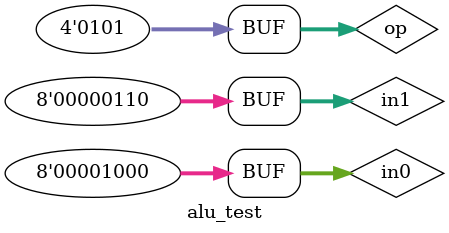
<source format=sv>
`timescale 1ns / 1ps


module alu_test ();

    reg [7:0]in0;
    reg [7:0]in1;
    reg [3:0]op;
    wire [7:0]out;
    
    alu #(.N(8)) a(.in0(in0), .in1(in1), .op(op), .out(out));
    
    initial begin
        op = 0;
        in0 = 1;
        in1 = 2;
        #10
        op = 1;
        in0 = 3;
        in1 = 1;
        #10
        op = 2;
        in0 = 5;
        in1 = 7;
        #10
        op = 3;
        in0 = 1;
        in1 = 1;
        #10
        op = 4;
        in0 = 1;
        in1 = 1;
        #10
        op = 5; //default
        in0 = 8;
        in1 = 6;
    end
endmodule
</source>
